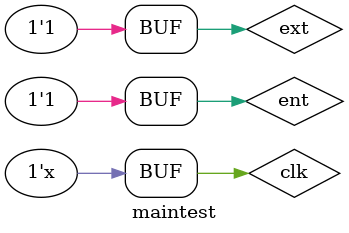
<source format=v>
`timescale 1ns / 1ps

module maintest;

	// Inputs
	reg ent;
	reg ext;
	reg clk;
//	reg clr;

	// Outputs
	wire open;
	wire close;

	// Instantiate the Unit Under Test (UUT)
	main uut (
		.ent(ent), 
		.ext(ext), 
		.clk(clk), 
//		.clr(clr), 
		.open(open), 
		.close(close)
	);

	initial begin
		// Initialize Inputs
		ent = 0;
		ext = 0;
		clk = 0;
//		clr = 0;

		// Wait 100 ns for global reset to finish
		#100;
		ent =1;
		
		#10
		ent =0;
		
		#10
		ent=1;
		ext=1;
		
        
		// Add stimulus here

	end
	always clk = #10 ~clk;
      
endmodule


</source>
